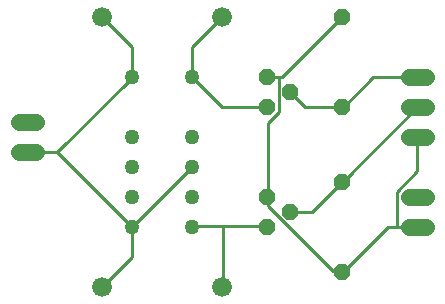
<source format=gbr>
G04 EAGLE Gerber X2 export*
%TF.Part,Single*%
%TF.FileFunction,Copper,L1,Top,Mixed*%
%TF.FilePolarity,Positive*%
%TF.GenerationSoftware,Autodesk,EAGLE,9.0.1*%
%TF.CreationDate,2018-06-12T17:55:40Z*%
G75*
%MOMM*%
%FSLAX34Y34*%
%LPD*%
%AMOC8*
5,1,8,0,0,1.08239X$1,22.5*%
G01*
%ADD10C,1.676400*%
%ADD11C,1.270000*%
%ADD12P,1.429621X8X292.500000*%
%ADD13P,1.429621X8X112.500000*%
%ADD14C,1.422400*%
%ADD15C,0.254000*%


D10*
X215900Y355600D03*
X114300Y355600D03*
X215900Y127000D03*
X114300Y127000D03*
D11*
X139700Y305054D03*
X139700Y254254D03*
X139700Y228854D03*
X139700Y203454D03*
X139700Y178054D03*
X190500Y178054D03*
X190500Y203454D03*
X190500Y228854D03*
X190500Y254254D03*
X190500Y305054D03*
D12*
X254000Y279400D03*
X273050Y292100D03*
X254000Y304800D03*
X254000Y177800D03*
X273050Y190500D03*
X254000Y203200D03*
D13*
X317500Y139700D03*
X317500Y215900D03*
D12*
X317500Y355600D03*
X317500Y279400D03*
D14*
X57912Y266700D02*
X43688Y266700D01*
X43688Y241300D02*
X57912Y241300D01*
X373888Y177800D02*
X388112Y177800D01*
X388112Y203200D02*
X373888Y203200D01*
X373888Y254000D02*
X388112Y254000D01*
X388112Y279400D02*
X373888Y279400D01*
X373888Y304800D02*
X388112Y304800D01*
D15*
X190500Y305054D02*
X190500Y329946D01*
X215646Y355092D01*
X215900Y355600D01*
X215646Y279654D02*
X253746Y279654D01*
X215646Y279654D02*
X191262Y304038D01*
X253746Y279654D02*
X254000Y279400D01*
X191262Y304038D02*
X190500Y305054D01*
X216408Y178308D02*
X253746Y178308D01*
X216408Y178308D02*
X190500Y178308D01*
X190500Y178054D01*
X253746Y178308D02*
X254000Y177800D01*
X216408Y178308D02*
X216408Y127254D01*
X215900Y127000D01*
X139446Y305562D02*
X139446Y329946D01*
X114300Y355092D01*
X139446Y305562D02*
X139700Y305054D01*
X114300Y355092D02*
X114300Y355600D01*
X139446Y177546D02*
X139446Y152400D01*
X114300Y127254D01*
X139446Y177546D02*
X139700Y178054D01*
X114300Y127254D02*
X114300Y127000D01*
X140208Y178308D02*
X190500Y228600D01*
X190500Y228854D01*
X140208Y178308D02*
X139700Y178054D01*
X76200Y240792D02*
X51054Y240792D01*
X76200Y240792D02*
X138684Y178308D01*
X51054Y240792D02*
X50800Y241300D01*
X138684Y178308D02*
X139700Y178054D01*
X76200Y240792D02*
X139446Y304038D01*
X139700Y305054D01*
X254508Y202692D02*
X254508Y195072D01*
X309372Y140208D01*
X316992Y140208D01*
X254508Y202692D02*
X254000Y203200D01*
X316992Y140208D02*
X317500Y139700D01*
X355854Y177546D02*
X363474Y177546D01*
X381000Y177546D01*
X355854Y177546D02*
X318516Y140208D01*
X381000Y177546D02*
X381000Y177800D01*
X318516Y140208D02*
X317500Y139700D01*
X381000Y224790D02*
X381000Y254000D01*
X381000Y224790D02*
X363474Y207264D01*
X363474Y177546D01*
X266700Y304800D02*
X263652Y304800D01*
X254000Y304800D01*
X266700Y304800D02*
X317500Y355600D01*
X254508Y265938D02*
X254508Y204216D01*
X254508Y265938D02*
X263652Y275082D01*
X263652Y304800D01*
X254508Y204216D02*
X254000Y203200D01*
X285750Y279654D02*
X316992Y279654D01*
X285750Y279654D02*
X273558Y291846D01*
X316992Y279654D02*
X317500Y279400D01*
X273558Y291846D02*
X273050Y292100D01*
X343662Y304800D02*
X381000Y304800D01*
X343662Y304800D02*
X318516Y279654D01*
X317500Y279400D01*
X291846Y190500D02*
X273050Y190500D01*
X291846Y190500D02*
X316992Y215646D01*
X317500Y215900D01*
X318516Y216408D02*
X381000Y278892D01*
X381000Y279400D01*
X318516Y216408D02*
X317500Y215900D01*
M02*

</source>
